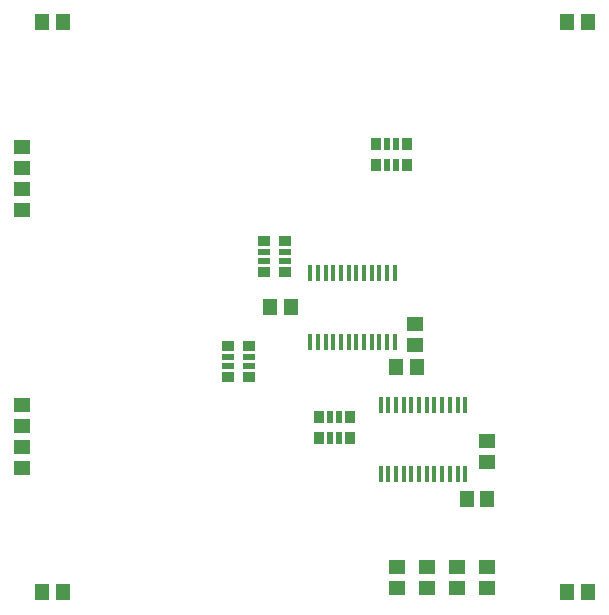
<source format=gbp>
G04 Layer_Color=128*
%FSLAX25Y25*%
%MOIN*%
G70*
G01*
G75*
%ADD23R,0.05315X0.04528*%
%ADD24R,0.01575X0.05512*%
%ADD25R,0.04528X0.05315*%
%ADD26R,0.03347X0.04134*%
%ADD27R,0.02362X0.04134*%
%ADD28R,0.04134X0.03347*%
%ADD29R,0.04134X0.02362*%
D23*
X70000Y-93445D02*
D03*
Y-86555D02*
D03*
X80000Y-93445D02*
D03*
Y-86555D02*
D03*
X90000Y-93445D02*
D03*
Y-86555D02*
D03*
X100000Y-93445D02*
D03*
Y-86555D02*
D03*
X-55000Y-53445D02*
D03*
Y-46555D02*
D03*
Y-32555D02*
D03*
Y-39445D02*
D03*
Y53445D02*
D03*
Y46555D02*
D03*
Y32555D02*
D03*
Y39445D02*
D03*
X100000Y-51445D02*
D03*
Y-44555D02*
D03*
X76000Y-12445D02*
D03*
Y-5555D02*
D03*
D24*
X92575Y-55614D02*
D03*
X90016D02*
D03*
X87457D02*
D03*
X84898D02*
D03*
X82339D02*
D03*
X79779D02*
D03*
X77220D02*
D03*
X74661D02*
D03*
X72102D02*
D03*
X69543D02*
D03*
X66984D02*
D03*
X64425D02*
D03*
X92575Y-32386D02*
D03*
X90016D02*
D03*
X87457D02*
D03*
X84898D02*
D03*
X82339D02*
D03*
X79779D02*
D03*
X77220D02*
D03*
X74661D02*
D03*
X72102D02*
D03*
X69543D02*
D03*
X66984D02*
D03*
X64425D02*
D03*
X69075Y-11614D02*
D03*
X66516D02*
D03*
X63957D02*
D03*
X61398D02*
D03*
X58839D02*
D03*
X56279D02*
D03*
X53720D02*
D03*
X51161D02*
D03*
X48602D02*
D03*
X46043D02*
D03*
X43484D02*
D03*
X40925D02*
D03*
X69075Y11614D02*
D03*
X66516D02*
D03*
X63957D02*
D03*
X61398D02*
D03*
X58839D02*
D03*
X56279D02*
D03*
X53720D02*
D03*
X51161D02*
D03*
X48602D02*
D03*
X46043D02*
D03*
X43484D02*
D03*
X40925D02*
D03*
D25*
X93055Y-64000D02*
D03*
X99945D02*
D03*
X69555Y-20000D02*
D03*
X76445D02*
D03*
X34445Y0D02*
D03*
X27555D02*
D03*
X-41555Y95000D02*
D03*
X-48445D02*
D03*
X133445D02*
D03*
X126555D02*
D03*
X133445Y-95000D02*
D03*
X126555D02*
D03*
X-41555D02*
D03*
X-48445D02*
D03*
D26*
X62783Y54543D02*
D03*
X73216D02*
D03*
X62783Y47457D02*
D03*
X73216D02*
D03*
X43784Y-36457D02*
D03*
X54216D02*
D03*
X43784Y-43543D02*
D03*
X54216D02*
D03*
D27*
X66425Y54543D02*
D03*
X69575D02*
D03*
X66425Y47457D02*
D03*
X69575D02*
D03*
X47425Y-36457D02*
D03*
X50575D02*
D03*
X47425Y-43543D02*
D03*
X50575D02*
D03*
D28*
X25457Y11784D02*
D03*
Y22217D02*
D03*
X32543Y11784D02*
D03*
Y22217D02*
D03*
X20543Y-12784D02*
D03*
Y-23216D02*
D03*
X13457Y-12784D02*
D03*
Y-23216D02*
D03*
D29*
X25457Y15425D02*
D03*
Y18575D02*
D03*
X32543Y15425D02*
D03*
Y18575D02*
D03*
X20543Y-16425D02*
D03*
Y-19575D02*
D03*
X13457Y-16425D02*
D03*
Y-19575D02*
D03*
M02*

</source>
